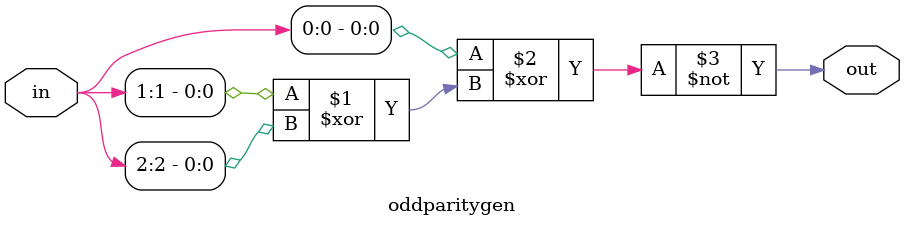
<source format=v>
	module oddparitygen(
input [3:0] in,
output out);
	
	assign out = ~(in[0] ^ (in[1] ^ in[2]));

endmodule
</source>
